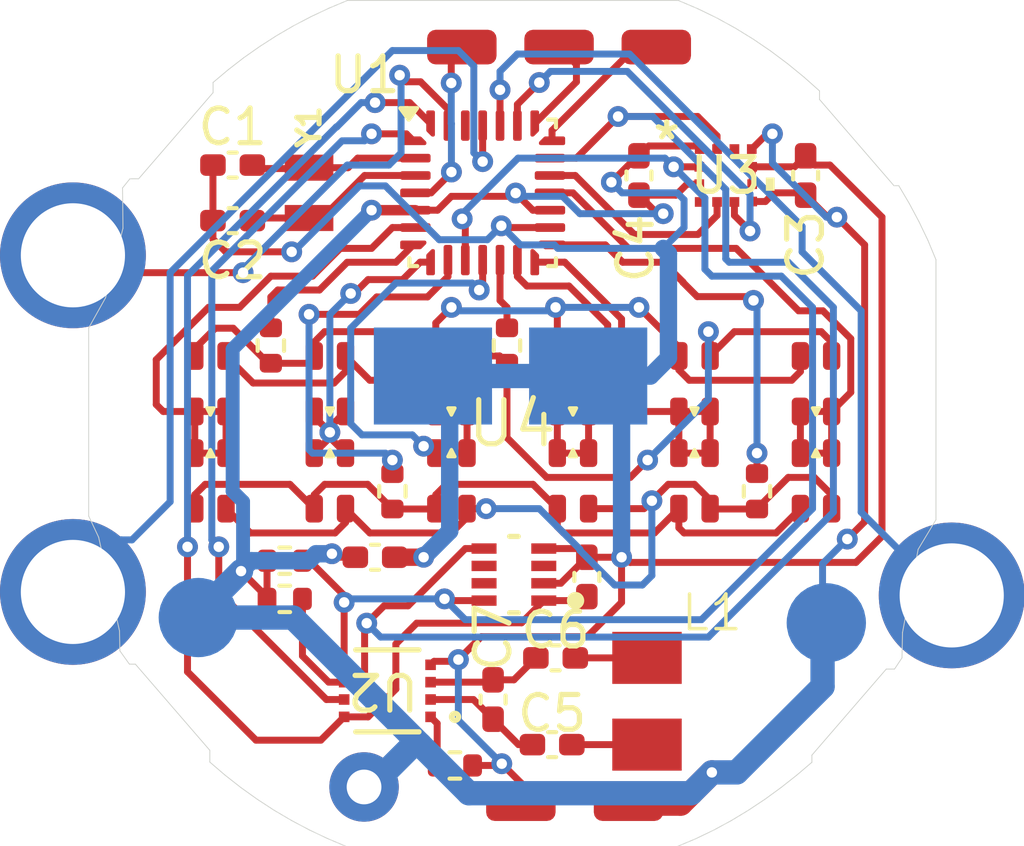
<source format=kicad_pcb>
(kicad_pcb (version 20240108) (generator "pcbnew") (generator_version "8.0")
  (layers (0 "F.Cu" signal) (31 "B.Cu" signal) (34 "B.Paste" user) (35 "F.Paste" user) (36 "B.SilkS" user "B.Silkscreen") (37 "F.SilkS" user "F.Silkscreen") (38 "B.Mask" user) (39 "F.Mask" user) (44 "Edge.Cuts" user))
  (net 0 "")
  (net 1 "/GS_R0")
  (net 2 "+3.3V")
  (net 3 "/SWDIO")
  (net 4 "/SWCLK")
  (net 5 "/NRST")
  (net 6 "GND")
  (net 7 "Net-(U1-PC14)")
  (net 8 "Net-(U1-PC15)")
  (net 9 "/SDA")
  (net 10 "/INT1")
  (net 11 "/SCL")
  (net 12 "/INT2")
  (net 13 "Net-(U2-AC0)")
  (net 16 "Net-(U2-RF_DISABLE)")
  (net 17 "/NFC_INT")
  (net 18 "/RS_R0")
  (net 19 "/RS_R1")
  (net 20 "/GS_R1")
  (net 22 "Net-(D1-Pad3)")
  (net 23 "/SINK_C0")
  (net 24 "Net-(D10-Pad3)")
  (net 25 "/SINK_C1")
  (net 26 "/SINK_C2")
  (net 27 "/SINK_C3")
  (net 28 "/SINK_C4")
  (net 29 "/SINK_C5")
  (net 30 "Net-(C5-Pad1)")
  (net 31 "Net-(U2-AC1)")
  (net 32 "Net-(C6-Pad1)")
  (net 33 "/LIGHT")
  (net 34 "/ALARM")
  (net 35 "/MODE")
  (net 36 "Net-(D1-Pad2)")
  (net 37 "Net-(D10-Pad2)")
  (net 41 "/NFC_LIGHT_SUPPLY")
  (footprint "Connector_Wire:SolderWirePad_1x01_SMD_1x2mm" (layer "F.Cu") (at 154.4 88.8 90)
    (property "Reference" "J2" (hide yes))
    (property "Value" "Conn_01x01_Pin" (hide yes))
  )
  (footprint "sw:WL-SBCD_150066RG54050" (layer "F.Cu") (at 155.5 98.5 180)
    (property "Reference" "D9" (hide yes))
    (property "Value" "~")
  )
  (footprint "Package_DFN_QFN:QFN-28_4x4mm_P0.5mm" (layer "F.Cu") (at 149.4 93)
    (property "Reference" "U1")
    (property "Value" "STM32L011G4Ux" (hide yes))
  )
  (footprint "Capacitor_SMD:C_0402_1005Metric_Pad0.74x0.62mm_HandSolder" (layer "F.Cu") (at 149.7 107.6 -90)
    (property "Reference" "C7")
    (property "Value" "~")
  )
  (footprint "Resistor_SMD:R_0402_1005Metric" (layer "F.Cu") (at 143.7 103.6 180)
    (property "Reference" "R5" (hide yes))
    (property "Value" "4k7" (hide yes))
  )
  (footprint "Capacitor_SMD:C_0402_1005Metric_Pad0.74x0.62mm_HandSolder" (layer "F.Cu") (at 146.3 103.5)
    (property "Reference" "C9" (hide yes))
    (property "Value" "100nF")
  )
  (footprint "Resistor_SMD:R_0402_1005Metric" (layer "F.Cu") (at 148.6 109.5)
    (property "Reference" "R7" (hide yes))
    (property "Value" "4k7" (hide yes))
  )
  (footprint "Connector_Wire:SolderWirePad_1x01_SMD_1x2mm" (layer "F.Cu") (at 153.6 110.6 90)
    (property "Reference" "J1" (hide yes))
    (property "Value" "Conn_01x01_Pin" (hide yes))
  )
  (footprint "Resistor_SMD:R_0402_1005Metric" (layer "F.Cu") (at 157.3 101.6 -90)
    (property "Reference" "R4" (hide yes))
    (property "Value" "330" (hide yes))
  )
  (footprint "Capacitor_SMD:C_0402_1005Metric_Pad0.74x0.62mm_HandSolder" (layer "F.Cu") (at 153.9 92.5 90)
    (property "Reference" "C4")
    (property "Value" "100nF" (hide yes))
  )
  (footprint "Capacitor_SMD:C_0402_1005Metric_Pad0.74x0.62mm_HandSolder" (layer "F.Cu") (at 151.5 106.4 180)
    (property "Reference" "C6")
    (property "Value" "180pF" (hide yes))
  )
  (footprint "sw:DTS0008A-MFG" (layer "F.Cu") (at 150.3 104 180)
    (property "Reference" "U5" (hide yes))
    (property "Value" "OPT4001DTSR")
  )
  (footprint "sw:WL-SBCD_150066RG54050" (layer "F.Cu") (at 152 98.5 180)
    (property "Reference" "D7" (hide yes))
    (property "Value" "~")
  )
  (footprint "Connector_Wire:SolderWirePad_1x01_SMD_1x2mm" (layer "F.Cu") (at 151.6 88.8 90)
    (property "Reference" "J3" (hide yes))
    (property "Value" "Conn_01x01_Pin" (hide yes))
  )
  (footprint "sw:XTAL_ABS06-32.768KHZ-T" (layer "F.Cu") (at 144.4 93 90)
    (property "Reference" "Y1")
    (property "Value" "ABS06-32.768KHZ-T" (hide yes))
  )
  (footprint "sw:WL-SBCD_150066RG54050" (layer "F.Cu") (at 148.5 98.5 180)
    (property "Reference" "D5" (hide yes))
    (property "Value" "~")
  )
  (footprint "Capacitor_SMD:C_0402_1005Metric_Pad0.74x0.62mm_HandSolder" (layer "F.Cu") (at 142.2 92.2)
    (property "Reference" "C1")
    (property "Value" "16pF")
  )
  (footprint "sw:WL-SBCD_150066RG54050" (layer "F.Cu") (at 155.5 101.3)
    (property "Reference" "D10" (hide yes))
    (property "Value" "~")
  )
  (footprint "Capacitor_SMD:C_0402_1005Metric_Pad0.74x0.62mm_HandSolder" (layer "F.Cu") (at 152.4 104.0675 90)
    (property "Reference" "C8" (hide yes))
    (property "Value" "100nF")
  )
  (footprint "Resistor_SMD:R_0402_1005Metric" (layer "F.Cu") (at 150.1 97.4 -90)
    (property "Reference" "R1" (hide yes))
    (property "Value" "33")
  )
  (footprint "sw:WL-SBCD_150066RG54050" (layer "F.Cu") (at 141.559999 98.5 180)
    (property "Reference" "D1" (hide yes))
    (property "Value" "~")
  )
  (footprint "sw:WL-SBCD_150066RG54050" (layer "F.Cu") (at 159 98.5 180)
    (property "Reference" "D11" (hide yes))
    (property "Value" "~" (hide yes))
  )
  (footprint "NFC:UFDFPN8_M24SR02_STM" (layer "F.Cu") (at 146.6554 107.349811 180)
    (property "Reference" "U2")
    (property "Value" "M24SR02-YMC6T/2")
  )
  (footprint "Resistor_SMD:R_0402_1005Metric" (layer "F.Cu") (at 143.3 97.4 90)
    (property "Reference" "R2" (hide yes))
    (property "Value" "330")
  )
  (footprint "sw:CASIO-F91W-OUTLINE-USB" (layer "F.Cu") (at 150.254 99.65)
    (property "Reference" "U4")
    (property "Value" "~")
    (fp_line (start -12.2 -2.757631) (end -11.71355 -3.627168) (stroke (width 0.025)) (layer "Edge.Cuts"))
    (fp_line (start -12.2 2.663568) (end -12.2 -2.757631) (stroke (width 0.025)) (layer "Edge.Cuts"))
    (fp_line (start -11.913368 3.27264) (end -12.2 2.663568) (stroke (width 0.025)) (layer "Edge.Cuts"))
    (fp_line (start -11.71355 -3.627168) (end -11.213318 -5.628081) (stroke (width 0.025)) (layer "Edge.Cuts"))
    (fp_line (start -11.31254 5.972231) (end -11.913368 3.27264) (stroke (width 0.025)) (layer "Edge.Cuts"))
    (fp_line (start -11.301518 6.54825) (end -11.31254 5.972231) (stroke (width 0.025)) (layer "Edge.Cuts"))
    (fp_line (start -11.22435 -6.79254) (end -11.213318 -5.628081) (stroke (width 0.025)) (layer "Edge.Cuts"))
    (fp_line (start -11.02729 6.931331) (end -11.301518 6.54825) (stroke (width 0.025)) (layer "Edge.Cuts"))
    (fp_line (start -11.012131 -7.05574) (end -11.22435 -6.79254) (stroke (width 0.025)) (layer "Edge.Cuts"))
    (fp_line (start -10.855031 6.931331) (end -11.02729 6.931331) (stroke (width 0.025)) (layer "Edge.Cuts"))
    (fp_line (start -10.761331 -7.05574) (end -11.012131 -7.05574) (stroke (width 0.025)) (layer "Edge.Cuts"))
    (fp_line (start -8.712168 9.41319) (end -10.855031 6.931331) (stroke (width 0.025)) (layer "Edge.Cuts"))
    (fp_line (start -8.712168 9.7522) (end -8.712168 9.41319) (stroke (width 0.025)) (layer "Edge.Cuts"))
    (fp_line (start -8.617081 -9.831118) (end -8.617081 -9.5376) (stroke (width 0.025)) (layer "Edge.Cuts"))
    (fp_line (start -8.617081 -9.5376) (end -10.761331 -7.05574) (stroke (width 0.025)) (layer "Edge.Cuts"))
    (fp_line (start -8.273968 10.12839) (end -8.712168 9.7522) (stroke (width 0.025)) (layer "Edge.Cuts"))
    (fp_line (start -8.180268 -10.199068) (end -8.617081 -9.831118) (stroke (width 0.025)) (layer "Edge.Cuts"))
    (fp_line (start -7.819209 10.485309) (end -8.273968 10.12839) (stroke (width 0.025)) (layer "Edge.Cuts"))
    (fp_line (start -7.729631 -10.547681) (end -8.180268 -10.199068) (stroke (width 0.025)) (layer "Edge.Cuts"))
    (fp_line (start -7.349309 10.82155) (end -7.819209 10.485309) (stroke (width 0.025)) (layer "Edge.Cuts"))
    (fp_line (start -7.263868 -10.874268) (end -7.729631 -10.547681) (stroke (width 0.025)) (layer "Edge.Cuts"))
    (fp_line (start -6.86425 11.1385) (end -7.349309 10.82155) (stroke (width 0.025)) (layer "Edge.Cuts"))
    (fp_line (start -6.785659 -11.18159) (end -7.263868 -10.874268) (stroke (width 0.025)) (layer "Edge.Cuts"))
    (fp_line (start -6.362618 11.4334) (end -6.86425 11.1385) (stroke (width 0.025)) (layer "Edge.Cuts"))
    (fp_line (start -6.293709 -11.468231) (end -6.785659 -11.18159) (stroke (width 0.025)) (layer "Edge.Cuts"))
    (fp_line (start -5.848631 11.70625) (end -6.362618 11.4334) (stroke (width 0.025)) (layer "Edge.Cuts"))
    (fp_line (start -5.789368 -11.731418) (end -6.293709 -11.468231) (stroke (width 0.025)) (layer "Edge.Cuts"))
    (fp_line (start -5.31944 11.95705) (end -5.848631 11.70625) (stroke (width 0.025)) (layer "Edge.Cuts"))
    (fp_line (start -5.273981 -11.973968) (end -5.789368 -11.731418) (stroke (width 0.025)) (layer "Edge.Cuts"))
    (fp_line (start -4.777868 12.185809) (end -5.31944 11.95705) (stroke (width 0.025)) (layer "Edge.Cuts"))
    (fp_line (start -4.747559 -12.19444) (end -5.273981 -11.973968) (stroke (width 0.025)) (layer "Edge.Cuts"))
    (fp_line (start -4.747559 -12.19444) (end 4.778809 -12.19444) (stroke (width 0.025)) (layer "Edge.Cuts"))
    (fp_line (start 4.747131 12.185809) (end -4.777868 12.185809) (stroke (width 0.025)) (layer "Edge.Cuts"))
    (fp_line (start 5.283181 11.96119) (end 4.747131 12.185809) (stroke (width 0.025)) (layer "Edge.Cuts"))
    (fp_line (start 5.343809 -11.954659) (end 4.778809 -12.19444) (stroke (width 0.025)) (layer "Edge.Cuts"))
    (fp_line (start 5.804081 11.71039) (end 5.283181 11.96119) (stroke (width 0.025)) (layer "Edge.Cuts"))
    (fp_line (start 5.893659 -11.687331) (end 5.343809 -11.954659) (stroke (width 0.025)) (layer "Edge.Cuts"))
    (fp_line (start 6.309818 11.43615) (end 5.804081 11.71039) (stroke (width 0.025)) (layer "Edge.Cuts"))
    (fp_line (start 6.42694 -11.393809) (end 5.893659 -11.687331) (stroke (width 0.025)) (layer "Edge.Cuts"))
    (fp_line (start 6.801768 11.1385) (end 6.309818 11.43615) (stroke (width 0.025)) (layer "Edge.Cuts"))
    (fp_line (start 6.9437 -11.075468) (end 6.42694 -11.393809) (stroke (width 0.025)) (layer "Edge.Cuts"))
    (fp_line (start 7.27855 10.82155) (end 6.801768 11.1385) (stroke (width 0.025)) (layer "Edge.Cuts"))
    (fp_line (start 7.443931 -10.73374) (end 6.9437 -11.075468) (stroke (width 0.025)) (layer "Edge.Cuts"))
    (fp_line (start 7.741568 10.483931) (end 7.27855 10.82155) (stroke (width 0.025)) (layer "Edge.Cuts"))
    (fp_line (start 7.927618 -10.371281) (end 7.443931 -10.73374) (stroke (width 0.025)) (layer "Edge.Cuts"))
    (fp_line (start 8.19084 10.129768) (end 7.741568 10.483931) (stroke (width 0.025)) (layer "Edge.Cuts"))
    (fp_line (start 8.39615 -9.988218) (end 7.927618 -10.371281) (stroke (width 0.025)) (layer "Edge.Cuts"))
    (fp_line (start 8.6263 9.55375) (end 8.6263 9.75909) (stroke (width 0.025)) (layer "Edge.Cuts"))
    (fp_line (start 8.6263 9.75909) (end 8.19084 10.129768) (stroke (width 0.025)) (layer "Edge.Cuts"))
    (fp_line (start 8.8468 -9.5872) (end 8.39615 -9.988218) (stroke (width 0.025)) (layer "Edge.Cuts"))
    (fp_line (start 8.8468 -9.34055) (end 8.8468 -9.5872) (stroke (width 0.025)) (layer "Edge.Cuts"))
    (fp_line (start 10.76914 7.071918) (end 8.6263 9.55375) (stroke (width 0.025)) (layer "Edge.Cuts"))
    (fp_line (start 10.98964 -6.857309) (end 8.8468 -9.34055) (stroke (width 0.025)) (layer "Edge.Cuts"))
    (fp_line (start 11.00755 7.071918) (end 10.76914 7.071918) (stroke (width 0.025)) (layer "Edge.Cuts"))
    (fp_line (start 11.128809 -6.857309) (end 10.98964 -6.857309) (stroke (width 0.025)) (layer "Edge.Cuts"))
    (fp_line (start 11.222509 6.748068) (end 11.00755 7.071918) (stroke (width 0.025)) (layer "Edge.Cuts"))
    (fp_line (start 11.2363 6.021831) (end 11.222509 6.748068) (stroke (width 0.025)) (layer "Edge.Cuts"))
    (fp_line (start 11.430609 -6.34469) (end 11.128809 -6.857309) (stroke (width 0.025)) (layer "Edge.Cuts"))
    (fp_line (start 11.6869 3.622668) (end 11.2363 6.021831) (stroke (width 0.025)) (layer "Edge.Cuts"))
    (fp_line (start 11.6869 3.622668) (end 12.199568 2.76969) (stroke (width 0.025)) (layer "Edge.Cuts"))
    (fp_line (start 11.71174 -5.818281) (end 11.430609 -6.34469) (stroke (width 0.025)) (layer "Edge.Cuts"))
    (fp_line (start 11.9694 -5.27944) (end 11.71174 -5.818281) (stroke (width 0.025)) (layer "Edge.Cuts"))
    (fp_line (start 12.199568 -4.7241) (end 11.9694 -5.27944) (stroke (width 0.025)) (layer "Edge.Cuts"))
    (fp_line (start 12.199568 2.76969) (end 12.199568 -4.7241) (stroke (width 0.025)) (layer "Edge.Cuts"))
  )
  (footprint "sw:AANI-CH-0029" (layer "F.Cu") (at 154.1325 107.65 -90)
    (property "Reference" "L1")
    (property "Value" "L" (hide yes))
  )
  (footprint "Resistor_SMD:R_0402_1005Metric" (layer "F.Cu") (at 146.8 101.6 -90)
    (property "Reference" "R3" (hide yes))
    (property "Value" "33")
  )
  (footprint "sw:WL-SBCD_150066RG54050" (layer "F.Cu") (at 145 98.5 180)
    (property "Reference" "D3" (hide yes))
    (property "Value" "~")
  )
  (footprint "Connector_Wire:SolderWirePad_1x01_SMD_1x2mm" (layer "F.Cu") (at 148.8 88.8 -90)
    (property "Reference" "J4" (hide yes))
    (property "Value" "Conn_01x01_Pin" (hide yes))
  )
  (footprint "Capacitor_SMD:C_0402_1005Metric_Pad0.74x0.62mm_HandSolder" (layer "F.Cu") (at 158.7 92.5 90)
    (property "Reference" "C3")
    (property "Value" "100nF" (hide yes))
  )
  (footprint "Resistor_SMD:R_0402_1005Metric" (layer "F.Cu") (at 143.7 104.7 180)
    (property "Reference" "R6" (hide yes))
    (property "Value" "4k7" (hide yes))
  )
  (footprint "Connector_Wire:SolderWirePad_1x01_SMD_1x2mm" (layer "F.Cu") (at 150.5 110.6 90)
    (property "Reference" "J5" (hide yes))
    (property "Value" "Conn_01x01_Pin" (hide yes))
  )
  (footprint "Capacitor_SMD:C_0402_1005Metric_Pad0.74x0.62mm_HandSolder" (layer "F.Cu") (at 142.2 93.8 180)
    (property "Reference" "C2")
    (property "Value" "16pF")
  )
  (footprint "Capacitor_SMD:C_0402_1005Metric_Pad0.74x0.62mm_HandSolder" (layer "F.Cu") (at 151.4 108.9 180)
    (property "Reference" "C5")
    (property "Value" "180pF" (hide yes))
  )
  (footprint "sw:WL-SBCD_150066RG54050" (layer "F.Cu") (at 152 101.3)
    (property "Reference" "D8" (hide yes))
    (property "Value" "~" (hide yes))
  )
  (footprint "BMA400:QFN_BMA400_BOS" (layer "F.Cu") (at 156.4 92.5)
    (property "Reference" "U3")
    (property "Value" "BMA400" (hide yes))
  )
  (footprint "sw:WL-SBCD_150066RG54050" (layer "F.Cu") (at 145 101.3)
    (property "Reference" "D4" (hide yes))
    (property "Value" "~")
  )
  (footprint "sw:WL-SBCD_150066RG54050" (layer "F.Cu") (at 141.559999 101.3)
    (property "Reference" "D2" (hide yes))
    (property "Value" "~")
  )
  (footprint "sw:WL-SBCD_150066RG54050" (layer "F.Cu") (at 148.5 101.3)
    (property "Reference" "D6" (hide yes))
    (property "Value" "~")
  )
  (footprint "sw:WL-SBCD_150066RG54050" (layer "F.Cu") (at 159 101.3)
    (property "Reference" "D12" (hide yes))
    (property "Value" "~")
  )
  (segment (start 149.9 94.9375) (end 149.9 96.1) (width 0.2) (layer "F.Cu") (net 1))
  (segment (start 150.1 96.3) (end 150.1 96.89) (width 0.2) (layer "F.Cu") (net 1))
  (segment (start 149.9 96.1) (end 150.1 96.3) (width 0.2) (layer "F.Cu") (net 1))
  (segment (start 148.1 93.5) (end 147.4625 93.5) (width 0.2) (layer "F.Cu") (net 2))
  (segment (start 148.5 93.1) (end 148.1 93.5) (width 0.2) (layer "F.Cu") (net 2))
  (segment (start 159.6 93.7) (end 159.3325 93.7) (width 0.2) (layer "F.Cu") (net 2))
  (segment (start 155.1 110.6) (end 153.6 110.6) (width 0.7) (layer "F.Cu") (net 2))
  (segment (start 157.744001 91.3) (end 157.588001 91.3) (width 0.2) (layer "F.Cu") (net 2))
  (segment (start 157.541399 93.250001) (end 157.7914 93) (width 0.2) (layer "F.Cu") (net 2))
  (segment (start 157.7914 93) (end 158.6325 93) (width 0.2) (layer "F.Cu") (net 2))
  (segment (start 156 109.7) (end 155.1 110.6) (width 0.7) (layer "F.Cu") (net 2))
  (segment (start 155.282599 92.75) (end 155.638 92.75) (width 0.2) (layer "F.Cu") (net 2))
  (segment (start 159.6 93.7) (end 160.4 94.5) (width 0.2) (layer "F.Cu") (net 2))
  (segment (start 159.3325 93.7) (end 158.7 93.0675) (width 0.2) (layer "F.Cu") (net 2))
  (segment (start 143.19 103.6) (end 142.7416 103.6) (width 0.2) (layer "F.Cu") (net 2))
  (segment (start 157.588001 91.3) (end 157.150001 91.738) (width 0.2) (layer "F.Cu") (net 2))
  (segment (start 143.19 104.5) (end 143.19 103.4) (width 0.2) (layer "F.Cu") (net 2))
  (segment (start 151.3375 93.5) (end 150.844013 93.5) (width 0.2) (layer "F.Cu") (net 2))
  (segment (start 143.19 104.5) (end 143.0416 104.5) (width 0.2) (layer "F.Cu") (net 2))
  (segment (start 145.158528 103.5) (end 145.058528 103.4) (width 0.2) (layer "F.Cu") (net 2))
  (segment (start 142.7416 103.6) (end 142.4416 103.9) (width 0.2) (layer "F.Cu") (net 2))
  (segment (start 143.0416 104.5) (end 142.4416 103.9) (width 0.2) (layer "F.Cu") (net 2))
  (segment (start 154.4325 93.6) (end 153.9 93.0675) (width 0.2) (layer "F.Cu") (net 2))
  (segment (start 154.6 93.6) (end 154.4325 93.6) (width 0.2) (layer "F.Cu") (net 2))
  (segment (start 160.4 102.475735) (end 159.9 102.975735) (width 0.2) (layer "F.Cu") (net 2))
  (segment (start 150.350001 93.005988) (end 150.255989 93.1) (width 0.2) (layer "F.Cu") (net 2))
  (segment (start 154.965099 93.0675) (end 155.282599 92.75) (width 0.2) (layer "F.Cu") (net 2))
  (segment (start 150.255989 93.1) (end 148.5 93.1) (width 0.2) (layer "F.Cu") (net 2))
  (segment (start 160.4 94.5) (end 160.4 102.475735) (width 0.2) (layer "F.Cu") (net 2))
  (segment (start 157.162 93.250001) (end 157.541399 93.250001) (width 0.2) (layer "F.Cu") (net 2))
  (segment (start 153.9 93.0675) (end 154.965099 93.0675) (width 0.2) (layer "F.Cu") (net 2))
  (segment (start 145.7325 103.5) (end 145.158528 103.5) (width 0.2) (layer "F.Cu") (net 2))
  (segment (start 158.6325 93) (end 158.7 93.0675) (width 0.2) (layer "F.Cu") (net 2))
  (segment (start 150.844013 93.5) (end 150.350001 93.005988) (width 0.2) (layer "F.Cu") (net 2))
  (segment (start 146.2 93.5) (end 147.4625 93.5) (width 0.3) (layer "F.Cu") (net 2))
  (via (at 145.058528 103.4) (size 0.6) (drill 0.3) (layers "F.Cu" "B.Cu") (net 2))
  (via (at 142.4416 103.9) (size 0.6) (drill 0.3) (layers "F.Cu" "B.Cu") (net 2))
  (via (at 150.350001 93.005988) (size 0.6) (drill 0.3) (layers "F.Cu" "B.Cu") (net 2))
  (via (at 159.6 93.7) (size 0.6) (drill 0.3) (layers "F.Cu" "B.Cu") (net 2))
  (via (at 159.9 102.975735) (size 0.6) (drill 0.3) (layers "F.Cu" "B.Cu") (net 2))
  (via (at 156 109.7) (size 0.6) (drill 0.3) (layers "F.Cu" "B.Cu") (net 2))
  (via (at 154.6 93.6) (size 0.6) (drill 0.3) (layers "F.Cu" "B.Cu") (net 2))
  (via (at 157.744001 91.3) (size 0.6) (drill 0.3) (layers "F.Cu" "B.Cu") (net 2))
  (via (at 146.2 93.5) (size 0.6) (drill 0.3) (layers "F.Cu" "B.Cu") (net 2))
  (segment (start 141.1036 105.238) (end 142.4416 103.9) (width 0.7) (layer "B.Cu") (net 2))
  (segment (start 144.6 103.4) (end 144.4 103.6) (width 0.5) (layer "B.Cu") (net 2))
  (segment (start 146.2 93.5) (end 142.2 97.5) (width 0.4) (layer "B.Cu") (net 2))
  (segment (start 142.7416 103.6) (end 142.4416 103.9) (width 0.5) (layer "B.Cu") (net 2))
  (segment (start 156 109.7) (end 155.4 110.3) (width 0.7) (layer "B.Cu") (net 2))
  (segment (start 143.938418 105.238) (end 141.1036 105.238) (width 0.7) (layer "B.Cu") (net 2))
  (segment (start 142.2 97.5) (end 142.2 101.6) (width 0.4) (layer "B.Cu") (net 2))
  (segment (start 142.5 103.9) (end 142.4416 103.9) (width 0.2) (layer "B.Cu") (net 2))
  (segment (start 159.1884 103.687335) (end 159.1884 105.3904) (width 0.2) (layer "B.Cu") (net 2))
  (segment (start 151.7 93.1) (end 152.2 93.6) (width 0.2) (layer "B.Cu") (net 2))
  (segment (start 159.1884 107.227233) (end 159.1884 105.3904) (width 0.7) (layer "B.Cu") (net 2))
  (segment (start 156 109.7) (end 156.715633 109.7) (width 0.7) (layer "B.Cu") (net 2))
  (segment (start 142.5 103.6) (end 142.5 103.9) (width 0.4) (layer "B.Cu") (net 2))
  (segment (start 147.396209 108.899791) (end 146.076 110.22) (width 0.7) (layer "B.Cu") (net 2))
  (segment (start 158.898 105.1) (end 159.1884 105.3904) (width 0.2) (layer "B.Cu") (net 2))
  (segment (start 142.3416 104) (end 142.4 104) (width 0.2) (layer "B.Cu") (net 2))
  (segment (start 157.744001 92.144001) (end 159.3 93.7) (width 0.2) (layer "B.Cu") (net 2))
  (segment (start 144.4 103.6) (end 142.7416 103.6) (width 0.5) (layer "B.Cu") (net 2))
  (segment (start 142.5 101.9) (end 142.5 103.6) (width 0.4) (layer "B.Cu") (net 2))
  (segment (start 142.5 103.9) (end 142.4 104) (width 0.2) (layer "B.Cu") (net 2))
  (segment (start 159.924265 104.654535) (end 159.1884 105.3904) (width 0.2) (layer "B.Cu") (net 2))
  (segment (start 150.444013 93.1) (end 151.7 93.1) (width 0.2) (layer "B.Cu") (net 2))
  (segment (start 147.600209 108.899791) (end 147.396209 108.899791) (width 0.7) (layer "B.Cu") (net 2))
  (segment (start 157.744001 91.3) (end 157.744001 92.144001) (width 0.2) (layer "B.Cu") (net 2))
  (segment (start 147.600209 108.899791) (end 143.938418 105.238) (width 0.7) (layer "B.Cu") (net 2))
  (segment (start 149.000418 110.3) (end 147.600209 108.899791) (width 0.7) (layer "B.Cu") (net 2))
  (segment (start 150.350001 93.005988) (end 150.444013 93.1) (width 0.2) (layer "B.Cu") (net 2))
  (segment (start 156.715633 109.7) (end 159.1884 107.227233) (width 0.7) (layer "B.Cu") (net 2))
  (segment (start 144.6 103.4) (end 145.058528 103.4) (width 0.5) (layer "B.Cu") (net 2))
  (segment (start 159.9 102.975735) (end 159.1884 103.687335) (width 0.2) (layer "B.Cu") (net 2))
  (segment (start 159.3 93.7) (end 159.6 93.7) (width 0.2) (layer "B.Cu") (net 2))
  (segment (start 152.2 93.6) (end 154.6 93.6) (width 0.2) (layer "B.Cu") (net 2))
  (segment (start 142.2 101.6) (end 142.5 101.9) (width 0.4) (layer "B.Cu") (net 2))
  (segment (start 155.4 110.3) (end 149.000418 110.3) (width 0.7) (layer "B.Cu") (net 2))
  (segment (start 151.3975 91.2025) (end 151.3975 91.5) (width 0.2) (layer "F.Cu") (net 3))
  (segment (start 153.8 88.8) (end 151.3975 91.2025) (width 0.2) (layer "F.Cu") (net 3))
  (segment (start 154.4 88.8) (end 153.8 88.8) (width 0.2) (layer "F.Cu") (net 3))
  (segment (start 152.1 89.8025) (end 152.1 89.3) (width 0.2) (layer "F.Cu") (net 4))
  (segment (start 150.9 91.0025) (end 152.1 89.8025) (width 0.2) (layer "F.Cu") (net 4))
  (segment (start 152.1 89.3) (end 151.6 88.8) (width 0.2) (layer "F.Cu") (net 4))
  (segment (start 148.495263 89.835227) (end 148.495263 89.104737) (width 0.2) (layer "F.Cu") (net 5))
  (segment (start 147.914386 93) (end 147.4625 93) (width 0.2) (layer "F.Cu") (net 5))
  (segment (start 148.495263 89.104737) (end 148.8 88.8) (width 0.2) (layer "F.Cu") (net 5))
  (segment (start 148.5 92.414386) (end 147.914386 93) (width 0.2) (layer "F.Cu") (net 5))
  (segment (start 148.5 92.4) (end 148.5 92.414386) (width 0.2) (layer "F.Cu") (net 5))
  (via (at 148.495263 89.835227) (size 0.6) (drill 0.3) (layers "F.Cu" "B.Cu") (net 5))
  (via (at 148.5 92.4) (size 0.6) (drill 0.3) (layers "F.Cu" "B.Cu") (net 5))
  (segment (start 148.5 91.009474) (end 148.495263 91.004737) (width 0.2) (layer "B.Cu") (net 5))
  (segment (start 148.495263 91.004737) (end 148.495263 89.835227) (width 0.2) (layer "B.Cu") (net 5))
  (segment (start 148.5 92.4) (end 148.5 91.009474) (width 0.2) (layer "B.Cu") (net 5))
  (segment (start 153.5 103.5) (end 153.65 103.65) (width 0.2) (layer "F.Cu") (net 6))
  (segment (start 158.3825 92.25) (end 157.162 92.25) (width 0.2) (layer "F.Cu") (net 6))
  (segment (start 151.65 104.25) (end 152.4 103.5) (width 0.2) (layer "F.Cu") (net 6))
  (segment (start 141.6325 94.3325) (end 141.6325 93.8) (width 0.2) (layer "F.Cu") (net 6))
  (segment (start 153.65 103.65) (end 160.15 103.65) (width 0.2) (layer "F.Cu") (net 6))
  (segment (start 153.9 91.9325) (end 153.8675 91.9325) (width 0.2) (layer "F.Cu") (net 6))
  (segment (start 150.5 110.8) (end 150.5 110) (width 0.2) (layer "F.Cu") (net 6))
  (segment (start 149.359748 105.79) (end 152.41 105.79) (width 0.2) (layer "F.Cu") (net 6))
  (segment (start 153.8675 91.9325) (end 153.107108 92.692892) (width 0.2) (layer "F.Cu") (net 6))
  (segment (start 154.1825 91.65) (end 155.561999 91.65) (width 0.2) (layer "F.Cu") (net 6))
  (segment (start 153.4 104.8) (end 153.4 103.5) (width 0.2) (layer "F.Cu") (net 6))
  (segment (start 150.5 110) (end 149.95 109.45) (width 0.2) (layer "F.Cu") (net 6))
  (segment (start 143.9 94.7) (end 142 94.7) (width 0.2) (layer "F.Cu") (net 6))
  (segment (start 149.95 109.45) (end 149.9 109.5) (width 0.2) (layer "F.Cu") (net 6))
  (segment (start 160.15 103.65) (end 160.9 102.9) (width 0.2) (layer "F.Cu") (net 6))
  (segment (start 153.9 91.9325) (end 154.1825 91.65) (width 0.2) (layer "F.Cu") (net 6))
  (segment (start 151.160001 103.249999) (end 152.149999 103.249999) (width 0.2) (layer "F.Cu") (net 6))
  (segment (start 158.9675 92.2) (end 158.7 91.9325) (width 0.2) (layer "F.Cu") (net 6))
  (segment (start 147.7 103.5) (end 146.8675 103.5) (width 0.5) (layer "F.Cu") (net 6))
  (segment (start 152.4 103.5) (end 153.4 103.5) (width 0.2) (layer "F.Cu") (net 6))
  (segment (start 151.160001 104.25) (end 151.65 104.25) (width 0.2) (layer "F.Cu") (net 6))
  (segment (start 148.7 106.449748) (end 149.359748 105.79) (width 0.2) (layer "F.Cu") (net 6))
  (segment (start 157.162 92.75) (end 157.162 92.25) (width 0.2) (layer "F.Cu") (net 6))
  (segment (start 153.4 103.5) (end 153.5 103.5) (width 0.2) (layer "F.Cu") (net 6))
  (segment (start 148.7 106.499748) (end 147.999874 106.499748) (width 0.2) (layer "F.Cu") (net 6))
  (segment (start 152.41 105.79) (end 153.4 104.8) (width 0.2) (layer "F.Cu") (net 6))
  (segment (start 147.999874 106.499748) (end 147.9 106.599622) (width 0.2) (layer "F.Cu") (net 6))
  (segment (start 159.4 92.2) (end 158.9675 92.2) (width 0.2) (layer "F.Cu") (net 6))
  (segment (start 153.249999 103.349999) (end 153.4 103.5) (width 0.2) (layer "F.Cu") (net 6))
  (segment (start 160.9 102.9) (end 160.9 93.7) (width 0.2) (layer "F.Cu") (net 6))
  (segment (start 149.9 109.5) (end 149.11 109.5) (width 0.2) (layer "F.Cu") (net 6))
  (segment (start 152.149999 103.249999) (end 152.4 103.5) (width 0.2) (layer "F.Cu") (net 6))
  (segment (start 160.9 93.7) (end 159.4 92.2) (width 0.2) (layer "F.Cu") (net 6))
  (segment (start 155.561999 91.65) (end 155.649999 91.738) (width 0.2) (layer "F.Cu") (net 6))
  (segment (start 142 94.7) (end 141.6325 94.3325) (width 0.2) (layer "F.Cu") (net 6))
  (segment (start 149.986903 94) (end 149.936903 93.95) (width 0.2) (layer "F.Cu") (net 6))
  (segment (start 151.3375 94) (end 149.986903 94) (width 0.2) (layer "F.Cu") (net 6))
  (segment (start 141.6325 93.8) (end 141.6325 92.2) (width 0.2) (layer "F.Cu") (net 6))
  (segment (start 158.7 91.9325) (end 158.3825 92.25) (width 0.2) (layer "F.Cu") (net 6))
  (via (at 147.7 103.5) (size 0.6) (drill 0.3) (layers "F.Cu" "B.Cu") (net 6))
  (via (at 149.95 109.45) (size 0.6) (drill 0.3) (layers "F.Cu" "B.Cu") (net 6))
  (via (at 148.7 106.449748) (size 0.6) (drill 0.3) (layers "F.Cu" "B.Cu") (net 6))
  (via (at 149.936903 93.95) (size 0.6) (drill 0.3) (layers "F.Cu" "B.Cu") (net 6))
  (via (at 153.4 103.5) (size 0.6) (drill 0.3) (layers "F.Cu" "B.Cu") (net 6))
  (via (at 143.9 94.7) (size 0.6) (drill 0.3) (layers "F.Cu" "B.Cu") (net 6))
  (via (at 153.107108 92.692892) (size 0.6) (drill 0.3) (layers "F.Cu" "B.Cu") (net 6))
  (segment (start 149.936903 93.95) (end 150.486903 94.5) (width 0.2) (layer "B.Cu") (net 6))
  (segment (start 148.15 94.35) (end 146.7 92.9) (width 0.2) (layer "B.Cu") (net 6))
  (segment (start 146.7 92.9) (end 146.6 92.8) (width 0.2) (layer "B.Cu") (net 6))
  (segment (start 154.6 94.6) (end 155.1 94.1) (width 0.2) (layer "B.Cu") (net 6))
  (segment (start 147.7 103.5) (end 148.45 102.75) (width 0.5) (layer "B.Cu") (net 6))
  (segment (start 154.2322 98.2784) (end 154.75 97.7606) (width 0.5) (layer "B.Cu") (net 6))
  (segment (start 151.465685 94.5) (end 151.565685 94.6) (width 0.2) (layer "B.Cu") (net 6))
  (segment (start 152.3304 98.2784) (end 153.4 99.348) (width 0.2) (layer "B.Cu") (net 6))
  (segment (start 147.86 98.2784) (end 152.3304 98.2784) (width 0.7) (layer "B.Cu") (net 6))
  (segment (start 149.936903 93.95) (end 149.536903 94.35) (width 0.2) (layer "B.Cu") (net 6))
  (segment (start 155.2 93.2) (end 155.2 94) (width 0.2) (layer "B.Cu") (net 6))
  (segment (start 145.9 92.8) (end 145.851471 92.8) (width 0.2) (layer "B.Cu") (net 6))
  (segment (start 148.7 108.2) (end 148.7 106.449748) (width 0.2) (layer "B.Cu") (net 6))
  (segment (start 143.951471 94.7) (end 143.9 94.7) (width 0.2) (layer "B.Cu") (net 6))
  (segment (start 153.414216 93) (end 155 93) (width 0.2) (layer "B.Cu") (net 6))
  (segment (start 145.851471 92.8) (end 143.951471 94.7) (width 0.2) (layer "B.Cu") (net 6))
  (segment (start 154.75 94.75) (end 154.6 94.6) (width 0.5) (layer "B.Cu") (net 6))
  (segment (start 149.95 109.45) (end 148.7 108.2) (width 0.2) (layer "B.Cu") (net 6))
  (segment (start 147.968 98.2784) (end 148.3 98.6104) (width 0.2) (layer "B.Cu") (net 6))
  (segment (start 154.75 97.7606) (end 154.75 94.75) (width 0.5) (layer "B.Cu") (net 6))
  (segment (start 148.45 102.75) (end 148.45 98.7604) (width 0.5) (layer "B.Cu") (net 6))
  (segment (start 155.2 94) (end 155.1 94.1) (width 0.2) (layer "B.Cu") (net 6))
  (segment (start 154.2322 98.2784) (end 152.3304 98.2784) (width 0.5) (layer "B.Cu") (net 6))
  (segment (start 146.6 92.8) (end 145.9 92.8) (width 0.2) (layer "B.Cu") (net 6))
  (segment (start 150.486903 94.5) (end 151.465685 94.5) (width 0.2) (layer "B.Cu") (net 6))
  (segment (start 149.536903 94.35) (end 148.15 94.35) (width 0.2) (layer "B.Cu") (net 6))
  (segment (start 148.45 98.7604) (end 147.968 98.2784) (width 0.5) (layer "B.Cu") (net 6))
  (segment (start 153.4 99.348) (end 153.4 103.5) (width 0.5) (layer "B.Cu") (net 6))
  (segment (start 153.3 99.248) (end 152.3304 98.2784) (width 0.2) (layer "B.Cu") (net 6))
  (segment (start 151.565685 94.6) (end 154.6 94.6) (width 0.2) (layer "B.Cu") (net 6))
  (segment (start 155 93) (end 155.2 93.2) (width 0.2) (layer "B.Cu") (net 6))
  (segment (start 153.107108 92.692892) (end 153.414216 93) (width 0.2) (layer "B.Cu") (net 6))
  (segment (start 145.525 92.275) (end 144.4 92.275) (width 0.2) (layer "F.Cu") (net 7))
  (segment (start 142.95 92.3) (end 144.375 92.3) (width 0.2) (layer "F.Cu") (net 7))
  (segment (start 147.4625 92) (end 145.8 92) (width 0.2) (layer "F.Cu") (net 7))
  (segment (start 145.8 92) (end 145.525 92.275) (width 0.2) (layer "F.Cu") (net 7))
  (segment (start 147.4625 92.5) (end 146 92.5) (width 0.2) (layer "F.Cu") (net 8))
  (segment (start 146 92.5) (end 144.775 93.725) (width 0.2) (layer "F.Cu") (net 8))
  (segment (start 143.025 93.725) (end 142.95 93.8) (width 0.2) (layer "F.Cu") (net 8))
  (segment (start 144.4 93.725) (end 143.025 93.725) (width 0.2) (layer "F.Cu") (net 8))
  (segment (start 144.775 93.725) (end 144.4 93.725) (width 0.2) (layer "F.Cu") (net 8))
  (segment (start 148.9 94.9375) (end 148.9 93.84038) (width 0.2) (layer "F.Cu") (net 9))
  (segment (start 148.9 93.84038) (end 148.80962 93.75) (width 0.2) (layer "F.Cu") (net 9))
  (segment (start 148.350001 104.750001) (end 148.3 104.7) (width 0.2) (layer "F.Cu") (net 9))
  (segment (start 145.4108 104.8) (end 145.4108 104.6008) (width 0.2) (layer "F.Cu") (net 9))
  (segment (start 148.450001 104.850001) (end 148.3 104.7) (width 0.2) (layer "F.Cu") (net 9))
  (segment (start 149.439999 104.750001) (end 148.350001 104.750001) (width 0.2) (layer "F.Cu") (net 9))
  (segment (start 145.4108 104.5892) (end 145.4108 106.599622) (width 0.2) (layer "F.Cu") (net 9))
  (segment (start 148.9 94.9375) (end 148.9 94.485614) (width 0.2) (layer "F.Cu") (net 9))
  (segment (start 145.4108 104.6008) (end 144.21 103.4) (width 0.2) (layer "F.Cu") (net 9))
  (segment (start 154.9 92.25) (end 155.638 92.25) (width 0.2) (layer "F.Cu") (net 9))
  (via (at 154.9 92.25) (size 0.6) (drill 0.3) (layers "F.Cu" "B.Cu") (net 9))
  (via (at 148.80962 93.75) (size 0.6) (drill 0.3) (layers "F.Cu" "B.Cu") (net 9))
  (via (at 145.4108 104.8) (size 0.6) (drill 0.3) (layers "F.Cu" "B.Cu") (net 9))
  (via (at 148.3 104.7) (size 0.6) (drill 0.3) (layers "F.Cu" "B.Cu") (net 9))
  (segment (start 155.7 105.3) (end 158.9 102.1) (width 0.2) (layer "B.Cu") (net 9))
  (segment (start 156 95.4) (end 155.8 95.2) (width 0.2) (layer "B.Cu") (net 9))
  (segment (start 148.80962 93.609619) (end 148.80962 93.75) (width 0.2) (layer "B.Cu") (net 9))
  (segment (start 155.8 95.2) (end 155.8 93.15) (width 0.2) (layer "B.Cu") (net 9))
  (segment (start 148.9 105.3) (end 155.7 105.3) (width 0.2) (layer "B.Cu") (net 9))
  (segment (start 145.5108 104.7) (end 148.3 104.7) (width 0.2) (layer "B.Cu") (net 9))
  (segment (start 155.8 93.15) (end 154.9 92.25) (width 0.2) (layer "B.Cu") (net 9))
  (segment (start 154.9 92.25) (end 154.65 92) (width 0.2) (layer "B.Cu") (net 9))
  (segment (start 154.65 92) (end 150.419239 92) (width 0.2) (layer "B.Cu") (net 9))
  (segment (start 148.80962 93.59038) (end 148.80962 93.75) (width 0.2) (layer "B.Cu") (net 9))
  (segment (start 150.419239 92) (end 148.80962 93.609619) (width 0.2) (layer "B.Cu") (net 9))
  (segment (start 158.9 96.3) (end 158 95.4) (width 0.2) (layer "B.Cu") (net 9))
  (segment (start 145.4108 104.8) (end 145.5108 104.7) (width 0.2) (layer "B.Cu") (net 9))
  (segment (start 158.9 102.1) (end 158.9 96.3) (width 0.2) (layer "B.Cu") (net 9))
  (segment (start 148.3 104.7) (end 148.9 105.3) (width 0.2) (layer "B.Cu") (net 9))
  (segment (start 158 95.4) (end 156 95.4) (width 0.2) (layer "B.Cu") (net 9))
  (segment (start 152.065686 92.5) (end 151.3375 92.5) (width 0.2) (layer "F.Cu") (net 10))
  (segment (start 156.15 93.65) (end 155.6 94.2) (width 0.2) (layer "F.Cu") (net 10))
  (segment (start 153.765686 94.2) (end 152.065686 92.5) (width 0.2) (layer "F.Cu") (net 10))
  (segment (start 155.6 94.2) (end 153.765686 94.2) (width 0.2) (layer "F.Cu") (net 10))
  (segment (start 156.15 93.262) (end 156.15 93.65) (width 0.2) (layer "F.Cu") (net 10))
  (segment (start 145.815474 107.099748) (end 145.4108 107.099748) (width 0.2) (layer "F.Cu") (net 11))
  (segment (start 144.96556 107.099748) (end 145.4108 107.099748) (width 0.2) (layer "F.Cu") (net 11))
  (segment (start 152.1 92) (end 153.3 90.8) (width 0.2) (layer "F.Cu") (net 11))
  (segment (start 146 106.915222) (end 145.815474 107.099748) (width 0.2) (layer "F.Cu") (net 11))
  (segment (start 144.21 106.344188) (end 144.96556 107.099748) (width 0.2) (layer "F.Cu") (net 11))
  (segment (start 144.21 104.5) (end 144.21 106.344188) (width 0.2) (layer "F.Cu") (net 11))
  (segment (start 146.0608 105.4) (end 146.5608 104.9) (width 0.2) (layer "F.Cu") (net 11))
  (segment (start 153.3 90.8) (end 155.591399 90.8) (width 0.2) (layer "F.Cu") (net 11))
  (segment (start 155.591399 90.8) (end 156.15 91.358601) (width 0.2) (layer "F.Cu") (net 11))
  (segment (start 146 105.6) (end 146 106.915222) (width 0.2) (layer "F.Cu") (net 11))
  (segment (start 151.3375 92) (end 152.1 92) (width 0.2) (layer "F.Cu") (net 11))
  (segment (start 146.5608 104.9) (end 147.251471 104.9) (width 0.2) (layer "F.Cu") (net 11))
  (segment (start 156.15 91.358601) (end 156.15 91.738) (width 0.2) (layer "F.Cu") (net 11))
  (segment (start 147.251471 104.9) (end 148.901472 103.249999) (width 0.2) (layer "F.Cu") (net 11))
  (segment (start 148.901472 103.249999) (end 149.439999 103.249999) (width 0.2) (layer "F.Cu") (net 11))
  (via (at 146.0608 105.4) (size 0.6) (drill 0.3) (layers "F.Cu" "B.Cu") (net 11))
  (via (at 153.3 90.8) (size 0.6) (drill 0.3) (layers "F.Cu" "B.Cu") (net 11))
  (segment (start 156.5 95) (end 156.4 94.9) (width 0.2) (layer "B.Cu") (net 11))
  (segment (start 158.2 95) (end 156.5 95) (width 0.2) (layer "B.Cu") (net 11))
  (segment (start 159.5 96.3) (end 158.2 95) (width 0.2) (layer "B.Cu") (net 11))
  (segment (start 146.0608 105.4) (end 146.4608 105.8) (width 0.2) (layer "B.Cu") (net 11))
  (segment (start 146.4608 105.8) (end 155.9 105.8) (width 0.2) (layer "B.Cu") (net 11))
  (segment (start 155.9 105.8) (end 159.5 102.2) (width 0.2) (layer "B.Cu") (net 11))
  (segment (start 156.4 94.9) (end 156.4 92.901471) (width 0.2) (layer "B.Cu") (net 11))
  (segment (start 156.4 92.901471) (end 154.298529 90.8) (width 0.2) (layer "B.Cu") (net 11))
  (segment (start 159.5 102.2) (end 159.5 96.3) (width 0.2) (layer "B.Cu") (net 11))
  (segment (start 154.298529 90.8) (end 153.3 90.8) (width 0.2) (layer "B.Cu") (net 11))
  (segment (start 151.02947 89.822) (end 150.4 90.45147) (width 0.2) (layer "F.Cu") (net 12))
  (segment (start 156.65 93.65) (end 156.65 93.262) (width 0.2) (layer "F.Cu") (net 12))
  (segment (start 150.4 90.45147) (end 150.4 91.0625) (width 0.2) (layer "F.Cu") (net 12))
  (segment (start 157.1 94.1) (end 156.65 93.65) (width 0.2) (layer "F.Cu") (net 12))
  (via (at 151.02947 89.822) (size 0.6) (drill 0.3) (layers "F.Cu" "B.Cu") (net 12))
  (via (at 157.1 94.1) (size 0.6) (drill 0.3) (layers "F.Cu" "B.Cu") (net 12))
  (segment (start 153.564215 89.5) (end 151.35147 89.5) (width 0.2) (layer "B.Cu") (net 12))
  (segment (start 157.1 94.1) (end 157.1 93.035785) (width 0.2) (layer "B.Cu") (net 12))
  (segment (start 151.35147 89.5) (end 151.02947 89.822) (width 0.2) (layer "B.Cu") (net 12))
  (segment (start 157.1 93.035785) (end 153.564215 89.5) (width 0.2) (layer "B.Cu") (net 12))
  (segment (start 147.9 107.599874) (end 147.900126 107.6) (width 0.2) (layer "F.Cu") (net 13))
  (segment (start 149.1325 107.6) (end 149.7 108.1675) (width 0.2) (layer "F.Cu") (net 13))
  (segment (start 150.4325 108.9) (end 149.7 108.1675) (width 0.2) (layer "F.Cu") (net 13))
  (segment (start 150.8325 108.9) (end 150.4325 108.9) (width 0.2) (layer "F.Cu") (net 13))
  (segment (start 147.900126 107.6) (end 149.1325 107.6) (width 0.2) (layer "F.Cu") (net 13))
  (segment (start 148.09 108.29) (end 147.9 108.1) (width 0.2) (layer "F.Cu") (net 16))
  (segment (start 148.09 109.5) (end 148.09 108.29) (width 0.2) (layer "F.Cu") (net 16))
  (segment (start 141.8 104.499874) (end 144.9 107.599874) (width 0.2) (layer "F.Cu") (net 17))
  (segment (start 141.7 103.2) (end 141.8 103.2) (width 0.2) (layer "F.Cu") (net 17))
  (segment (start 146.2 91.3) (end 147.2025 91.3) (width 0.2) (layer "F.Cu") (net 17))
  (segment (start 141.8 103.2) (end 141.8 104.499874) (width 0.2) (layer "F.Cu") (net 17))
  (segment (start 141.8 103.2) (end 141.9 103.2) (width 0.2) (layer "F.Cu") (net 17))
  (segment (start 147.2025 91.3) (end 147.4025 91.5) (width 0.2) (layer "F.Cu") (net 17))
  (segment (start 144.9 107.599874) (end 145.4108 107.599874) (width 0.2) (layer "F.Cu") (net 17))
  (via (at 141.8 103.2) (size 0.6) (drill 0.3) (layers "F.Cu" "B.Cu") (net 17))
  (via (at 146.2 91.3) (size 0.6) (drill 0.3) (layers "F.Cu" "B.Cu") (net 17))
  (segment (start 141.8 103.2) (end 141.6 103) (width 0.2) (layer "B.Cu") (net 17))
  (segment (start 141.6 95.251471) (end 145.351471 91.5) (width 0.2) (layer "B.Cu") (net 17))
  (segment (start 146.2 91.3) (end 146 91.5) (width 0.2) (layer "B.Cu") (net 17))
  (segment (start 146 91.5) (end 145.4 91.5) (width 0.2) (layer "B.Cu") (net 17))
  (segment (start 141.6 103) (end 141.6 95.251471) (width 0.2) (layer "B.Cu") (net 17))
  (segment (start 146.9025 95) (end 145.5 95) (width 0.2) (layer "F.Cu") (net 18))
  (segment (start 147.4025 94.5) (end 146.9025 95) (width 0.2) (layer "F.Cu") (net 18))
  (segment (start 143.5 95.8) (end 143.3 96) (width 0.2) (layer "F.Cu") (net 18))
  (segment (start 143.3 96) (end 143.3 96.89) (width 0.2) (layer "F.Cu") (net 18))
  (segment (start 144.7 95.8) (end 143.5 95.8) (width 0.2) (layer "F.Cu") (net 18))
  (segment (start 145.5 95) (end 144.7 95.8) (width 0.2) (layer "F.Cu") (net 18))
  (segment (start 155.168628 95.579901) (end 155.578727 95.99) (width 0.2) (layer "F.Cu") (net 19))
  (segment (start 157.3 101.09) (end 157.3 100.5) (width 0.2) (layer "F.Cu") (net 19))
  (segment (start 154.6 95) (end 155.168628 95.568628) (width 0.2) (layer "F.Cu") (net 19))
  (segment (start 155.168628 95.568628) (end 155.168628 95.579901) (width 0.2) (layer "F.Cu") (net 19))
  (segment (start 155.578727 95.99) (end 157.09 95.99) (width 0.2) (layer "F.Cu") (net 19))
  (segment (start 152.934314 94.5) (end 153.434314 95) (width 0.2) (layer "F.Cu") (net 19))
  (segment (start 153.434314 95) (end 154.6 95) (width 0.2) (layer "F.Cu") (net 19))
  (segment (start 157.09 95.99) (end 157.2 96.1) (width 0.2) (layer "F.Cu") (net 19))
  (segment (start 151.3975 94.5) (end 152.934314 94.5) (width 0.2) (layer "F.Cu") (net 19))
  (via (at 157.3 100.5) (size 0.6) (drill 0.3) (layers "F.Cu" "B.Cu") (net 19))
  (via (at 157.2 96.1) (size 0.6) (drill 0.3) (layers "F.Cu" "B.Cu") (net 19))
  (segment (start 157.3 96.2) (end 157.3 100.5) (width 0.2) (layer "B.Cu") (net 19))
  (segment (start 157.2 96.1) (end 157.3 96.2) (width 0.2) (layer "B.Cu") (net 19))
  (segment (start 146.8 100.7) (end 146.8 101.09) (width 0.2) (layer "F.Cu") (net 20))
  (segment (start 146.348529 96) (end 145.848529 96.5) (width 0.2) (layer "F.Cu") (net 20))
  (segment (start 147.811506 96) (end 146.348529 96) (width 0.2) (layer "F.Cu") (net 20))
  (segment (start 145.848529 96.5) (end 144.4 96.5) (width 0.2) (layer "F.Cu") (net 20))
  (segment (start 148.4 95.411506) (end 147.811506 96) (width 0.2) (layer "F.Cu") (net 20))
  (segment (start 148.4 94.9375) (end 148.4 95.411506) (width 0.2) (layer "F.Cu") (net 20))
  (via (at 144.4 96.5) (size 0.6) (drill 0.3) (layers "F.Cu" "B.Cu") (net 20))
  (via (at 146.8 100.7) (size 0.6) (drill 0.3) (layers "F.Cu" "B.Cu") (net 20))
  (segment (start 146.6 100.5) (end 146.8 100.7) (width 0.2) (layer "B.Cu") (net 20))
  (segment (start 144.5 100.5) (end 146.6 100.5) (width 0.2) (layer "B.Cu") (net 20))
  (segment (start 144.4 100.4) (end 144.5 100.5) (width 0.2) (layer "B.Cu") (net 20))
  (segment (start 144.4 96.5) (end 144.4 100.4) (width 0.2) (layer "B.Cu") (net 20))
  (segment (start 158.55 98.15) (end 158.55 97.7) (width 0.2) (layer "F.Cu") (net 22))
  (segment (start 155.05 98.099999) (end 155.350001 98.4) (width 0.2) (layer "F.Cu") (net 22))
  (segment (start 155.05 97.7) (end 155.05 98.099999) (width 0.2) (layer "F.Cu") (net 22))
  (segment (start 155.05 97.45) (end 153.9 96.3) (width 0.2) (layer "F.Cu") (net 22))
  (segment (start 144.55 97.7) (end 144.55 97.300001) (width 0.2) (layer "F.Cu") (net 22))
  (segment (start 148.05 96.75) (end 148.5 96.3) (width 0.2) (layer "F.Cu") (net 22))
  (segment (start 155.350001 98.4) (end 158.3 98.4) (width 0.2) (layer "F.Cu") (net 22))
  (segment (start 144.55 97.300001) (end 144.850001 97) (width 0.2) (layer "F.Cu") (net 22))
  (segment (start 151.55 97.7) (end 151.55 96.35) (width 0.2) (layer "F.Cu") (net 22))
  (segment (start 143.3 97.91) (end 144.34 97.91) (width 0.2) (layer "F.Cu") (net 22))
  (segment (start 143.3 97.91) (end 143.224505 97.91) (width 0.2) (layer "F.Cu") (net 22))
  (segment (start 143.224505 97.91) (end 142.214505 96.9) (width 0.2) (layer "F.Cu") (net 22))
  (segment (start 158.3 98.4) (end 158.55 98.15) (width 0.2) (layer "F.Cu") (net 22))
  (segment (start 148.05 97.7) (end 148.05 96.75) (width 0.2) (layer "F.Cu") (net 22))
  (segment (start 144.850001 97) (end 147.35 97) (width 0.2) (layer "F.Cu") (net 22))
  (segment (start 155.05 97.7) (end 155.05 97.45) (width 0.2) (layer "F.Cu") (net 22))
  (segment (start 147.35 97) (end 148.05 97.7) (width 0.2) (layer "F.Cu") (net 22))
  (segment (start 141.109999 97.490001) (end 141.109999 97.7) (width 0.2) (layer "F.Cu") (net 22))
  (segment (start 144.34 97.91) (end 144.55 97.7) (width 0.2) (layer "F.Cu") (net 22))
  (segment (start 141.7 96.9) (end 141.109999 97.490001) (width 0.2) (layer "F.Cu") (net 22))
  (segment (start 151.55 96.35) (end 151.5 96.3) (width 0.2) (layer "F.Cu") (net 22))
  (segment (start 142.214505 96.9) (end 141.7 96.9) (width 0.2) (layer "F.Cu") (net 22))
  (via (at 153.9 96.3) (size 0.6) (drill 0.3) (layers "F.Cu" "B.Cu") (net 22))
  (via (at 148.5 96.3) (size 0.6) (drill 0.3) (layers "F.Cu" "B.Cu") (net 22))
  (via (at 151.5 96.3) (size 0.6) (drill 0.3) (layers "F.Cu" "B.Cu") (net 22))
  (segment (start 151.4 96.4) (end 148.6 96.4) (width 0.2) (layer "B.Cu") (net 22))
  (segment (start 151.5 96.3) (end 151.4 96.4) (width 0.2) (layer "B.Cu") (net 22))
  (segment (start 148.6 96.4) (end 148.5 96.3) (width 0.2) (layer "B.Cu") (net 22))
  (segment (start 151.5 96.3) (end 153.9 96.3) (width 0.2) (layer "B.Cu") (net 22))
  (segment (start 143.3 95.4) (end 142.4 96.3) (width 0.2) (layer "F.Cu") (net 23))
  (segment (start 146.8 94) (end 146.2 94.6) (width 0.2) (layer "F.Cu") (net 23))
  (segment (start 142.009999 99.3) (end 142.009999 100.5) (width 0.2) (layer "F.Cu") (net 23))
  (segment (start 144.5 95.4) (end 143.3 95.4) (width 0.2) (layer "F.Cu") (net 23))
  (segment (start 140.2 99.3) (end 141.109999 99.3) (width 0.2) (layer "F.Cu") (net 23))
  (segment (start 140 99.1) (end 140.2 99.3) (width 0.2) (layer "F.Cu") (net 23))
  (segment (start 142.009999 100.5) (end 141.109999 100.5) (width 0.2) (layer "F.Cu") (net 23))
  (segment (start 141.505493 96.3) (end 140 97.805493) (width 0.2) (layer "F.Cu") (net 23))
  (segment (start 142.4 96.3) (end 141.505493 96.3) (width 0.2) (layer "F.Cu") (net 23))
  (segment (start 141.109999 100.5) (end 141.109999 99.3) (width 0.2) (layer "F.Cu") (net 23))
  (segment (start 142.009999 100.6) (end 142.009999 100.715256) (width 0.2) (layer "F.Cu") (net 23))
  (segment (start 145.3 94.6) (end 144.5 95.4) (width 0.2) (layer "F.Cu") (net 23))
  (segment (start 140 97.805493) (end 140 99.1) (width 0.2) (layer "F.Cu") (net 23))
  (segment (start 141.109999 99.3) (end 142.009999 99.3) (width 0.2) (layer "F.Cu") (net 23))
  (segment (start 147.4625 94) (end 146.8 94) (width 0.2) (layer "F.Cu") (net 23))
  (segment (start 146.2 94.6) (end 145.3 94.6) (width 0.2) (layer "F.Cu") (net 23))
  (segment (start 157.3 102.11) (end 155.96 102.11) (width 0.2) (layer "F.Cu") (net 24))
  (segment (start 154.045494 102.1) (end 154.745494 101.4) (width 0.2) (layer "F.Cu") (net 24))
  (segment (start 154.745494 101.4) (end 155.5 101.4) (width 0.2) (layer "F.Cu") (net 24))
  (segment (start 155.95 101.85) (end 155.95 102.1) (width 0.2) (layer "F.Cu") (net 24))
  (segment (start 155.5 101.4) (end 155.95 101.85) (width 0.2) (layer "F.Cu") (net 24))
  (segment (start 146.15 102.8) (end 148.5 102.8) (width 0.2) (layer "F.Cu") (net 24))
  (segment (start 148.5 102.8) (end 148.95 102.35) (width 0.2) (layer "F.Cu") (net 24))
  (segment (start 158.949999 101.2) (end 158.2 101.2) (width 0.2) (layer "F.Cu") (net 24))
  (segment (start 148.95 102.1) (end 149.5 102.1) (width 0.2) (layer "F.Cu") (net 24))
  (segment (start 145.45 102.1) (end 146.15 102.8) (width 0.2) (layer "F.Cu") (net 24))
  (segment (start 148.95 102.35) (end 148.95 102.1) (width 0.2) (layer "F.Cu") (net 24))
  (segment (start 152.45 102.1) (end 154.045494 102.1) (width 0.2) (layer "F.Cu") (net 24))
  (segment (start 158.2 101.2) (end 157.3 102.1) (width 0.2) (layer "F.Cu") (net 24))
  (segment (start 157.3 102.1) (end 157.3 102.11) (width 0.2) (layer "F.Cu") (net 24))
  (segment (start 145.149999 102.8) (end 145.45 102.499999) (width 0.2) (layer "F.Cu") (net 24))
  (segment (start 145.45 102.499999) (end 145.45 102.1) (width 0.2) (layer "F.Cu") (net 24))
  (segment (start 142.709999 102.8) (end 145.149999 102.8) (width 0.2) (layer "F.Cu") (net 24))
  (segment (start 155.96 102.11) (end 155.95 102.1) (width 0.2) (layer "F.Cu") (net 24))
  (segment (start 142.009999 102.1) (end 142.709999 102.8) (width 0.2) (layer "F.Cu") (net 24))
  (segment (start 159.45 102.1) (end 159.45 101.700001) (width 0.2) (layer "F.Cu") (net 24))
  (segment (start 159.45 101.700001) (end 158.949999 101.2) (width 0.2) (layer "F.Cu") (net 24))
  (via (at 149.5 102.1) (size 0.6) (drill 0.3) (layers "F.Cu" "B.Cu") (net 24))
  (via (at 154.272747 101.872747) (size 0.6) (drill 0.3) (layers "F.Cu" "B.Cu") (net 24))
  (segment (start 151.02929 102.1) (end 152.2 103.27071) (width 0.2) (layer "B.Cu") (net 24))
  (segment (start 153.2 104.3) (end 154 104.3) (width 0.2) (layer "B.Cu") (net 24))
  (segment (start 152.2 103.27071) (end 152.2 103.3) (width 0.2) (layer "B.Cu") (net 24))
  (segment (start 154.272747 104.027253) (end 154.272747 101.872747) (width 0.2) (layer "B.Cu") (net 24))
  (segment (start 154 104.3) (end 154.272747 104.027253) (width 0.2) (layer "B.Cu") (net 24))
  (segment (start 149.5 102.1) (end 151.02929 102.1) (width 0.2) (layer "B.Cu") (net 24))
  (segment (start 152.2 103.3) (end 153.2 104.3) (width 0.2) (layer "B.Cu") (net 24))
  (segment (start 145 100.05) (end 144.55 100.5) (width 0.2) (layer "F.Cu") (net 25))
  (segment (start 144.55 99.45) (end 145 99.9) (width 0.2) (layer "F.Cu") (net 25))
  (segment (start 145 99.9) (end 145 100.05) (width 0.2) (layer "F.Cu") (net 25))
  (segment (start 145.7 95.9) (end 145.6 95.9) (width 0.2) (layer "F.Cu") (net 25))
  (segment (start 144.55 99.3) (end 144.55 99.45) (width 0.2) (layer "F.Cu") (net 25))
  (segment (start 145 100.05) (end 145.45 100.5) (width 0.2) (layer "F.Cu") (net 25))
  (segment (start 147.9 94.9975) (end 147.6 94.9975) (width 0.2) (layer "F.Cu") (net 25))
  (segment (start 145 99.9) (end 145 99.75) (width 0.2) (layer "F.Cu") (net 25))
  (segment (start 145 99.75) (end 145.45 99.3) (width 0.2) (layer "F.Cu") (net 25))
  (segment (start 144.5 99.2) (end 144.7 99.4) (width 0.2) (layer "F.Cu") (net 25))
  (segment (start 147.0975 95.5) (end 147.6 94.9975) (width 0.2) (layer "F.Cu") (net 25))
  (segment (start 146.1 95.5) (end 145.7 95.9) (width 0.2) (layer "F.Cu") (net 25))
  (segment (start 146.1 95.5) (end 147.0975 95.5) (width 0.2) (layer "F.Cu") (net 25))
  (via (at 145 99.9) (size 0.6) (drill 0.3) (layers "F.Cu" "B.Cu") (net 25))
  (via (at 145.6 95.9) (size 0.6) (drill 0.3) (layers "F.Cu" "B.Cu") (net 25))
  (segment (start 145 96.5) (end 145 99.9) (width 0.2) (layer "B.Cu") (net 25))
  (segment (start 145.6 95.9) (end 145 96.5) (width 0.2) (layer "B.Cu") (net 25))
  (segment (start 147.9 100.5) (end 147.7 100.3) (width 0.2) (layer "F.Cu") (net 26))
  (segment (start 148.95 100.5) (end 148.05 100.5) (width 0.2) (layer "F.Cu") (net 26))
  (segment (start 148.05 100.5) (end 147.9 100.5) (width 0.2) (layer "F.Cu") (net 26))
  (segment (start 149.4 95.7) (end 149.4 94.9375) (width 0.2) (layer "F.Cu") (net 26))
  (segment (start 148.05 99.3) (end 148.95 99.3) (width 0.2) (layer "F.Cu") (net 26))
  (segment (start 149.3 95.8) (end 149.4 95.7) (width 0.2) (layer "F.Cu") (net 26))
  (segment (start 148.95 99.3) (end 148.95 100.5) (width 0.2) (layer "F.Cu") (net 26))
  (via (at 147.7 100.3) (size 0.6) (drill 0.3) (layers "F.Cu" "B.Cu") (net 26))
  (via (at 149.3 95.8) (size 0.6) (drill 0.3) (layers "F.Cu" "B.Cu") (net 26))
  (segment (start 145.6 96.9) (end 145.6 99.651471) (width 0.2) (layer "B.Cu") (net 26))
  (segment (start 145.923929 99.9754) (end 147.3754 99.9754) (width 0.2) (layer "B.Cu") (net 26))
  (segment (start 147.3754 99.9754) (end 147.7 100.3) (width 0.2) (layer "B.Cu") (net 26))
  (segment (start 145.6 99.651471) (end 145.923929 99.9754) (width 0.2) (layer "B.Cu") (net 26))
  (segment (start 149.1 95.6) (end 146.9 95.6) (width 0.2) (layer "B.Cu") (net 26))
  (segment (start 149.3 95.8) (end 149.1 95.6) (width 0.2) (layer "B.Cu") (net 26))
  (segment (start 146.9 95.6) (end 145.6 96.9) (width 0.2) (layer "B.Cu") (net 26))
  (segment (start 151.55 99.3) (end 151.55 100.5) (width 0.2) (layer "F.Cu") (net 27))
  (segment (start 150.4 95.411506) (end 150.673494 95.685) (width 0.2) (layer "F.Cu") (net 27))
  (segment (start 153 96.8) (end 153 98.75) (width 0.2) (layer "F.Cu") (net 27))
  (segment (start 150.673494 95.685) (end 151.885 95.685) (width 0.2) (layer "F.Cu") (net 27))
  (segment (start 151.885 95.685) (end 153 96.8) (width 0.2) (layer "F.Cu") (net 27))
  (segment (start 152.45 100.5) (end 152.45 99.3) (width 0.2) (layer "F.Cu") (net 27))
  (segment (start 151.55 100.5) (end 152.45 100.5) (width 0.2) (layer "F.Cu") (net 27))
  (segment (start 150.4 94.9375) (end 150.4 95.411506) (width 0.2) (layer "F.Cu") (net 27))
  (segment (start 152.45 99.3) (end 151.55 99.3) (width 0.2) (layer "F.Cu") (net 27))
  (segment (start 153 98.75) (end 152.45 99.3) (width 0.2) (layer "F.Cu") (net 27))
  (segment (start 155.95 100.5) (end 155.05 100.5) (width 0.2) (layer "F.Cu") (net 28))
  (segment (start 151.763186 94.9975) (end 153.4 96.634314) (width 0.2) (layer "F.Cu") (net 28))
  (segment (start 155.05 99.3) (end 155.95 99.3) (width 0.2) (layer "F.Cu") (net 28))
  (segment (start 153.4 99) (end 153.7 99.3) (width 0.2) (layer "F.Cu") (net 28))
  (segment (start 150.9 94.9975) (end 151.763186 94.9975) (width 0.2) (layer "F.Cu") (net 28))
  (segment (start 153.4 96.634314) (end 153.4 99) (width 0.2) (layer "F.Cu") (net 28))
  (segment (start 153.7 99.3) (end 155.05 99.3) (width 0.2) (layer "F.Cu") (net 28))
  (segment (start 155.05 100.5) (end 155.05 99.3) (width 0.2) (layer "F.Cu") (net 28))
  (segment (start 155.95 100.5) (end 155.95 99.3) (width 0.2) (layer "F.Cu") (net 28))
  (segment (start 158.5 96.4) (end 159.2 96.4) (width 0.2) (layer "F.Cu") (net 29))
  (segment (start 160 97.2) (end 160 98.75) (width 0.2) (layer "F.Cu") (net 29))
  (segment (start 153.6 94.6) (end 156.7 94.6) (width 0.2) (layer "F.Cu") (net 29))
  (segment (start 159.45 100.5) (end 158.55 100.5) (width 0.2) (layer "F.Cu") (net 29))
  (segment (start 152 93) (end 153.6 94.6) (width 0.2) (layer "F.Cu") (net 29))
  (segment (start 159.2 96.4) (end 160 97.2) (width 0.2) (layer "F.Cu") (net 29))
  (segment (start 159.45 100.5) (end 159.45 99.3) (width 0.2) (layer "F.Cu") (net 29))
  (segment (start 160 98.75) (end 159.45 99.3) (width 0.2) (layer "F.Cu") (net 29))
  (segment (start 159.45 99.3) (end 158.55 99.3) (width 0.2) (layer "F.Cu") (net 29))
  (segment (start 156.7 94.6) (end 158.5 96.4) (width 0.2) (layer "F.Cu") (net 29))
  (segment (start 158.55 99.3) (end 158.55 100.5) (width 0.2) (layer "F.Cu") (net 29))
  (segment (start 151.3375 93) (end 152 93) (width 0.2) (layer "F.Cu") (net 29))
  (segment (start 151.9675 108.9) (end 154.1325 108.9) (width 0.2) (layer "F.Cu") (net 30))
  (segment (start 149.7 107.0325) (end 150.3 107.0325) (width 0.2) (layer "F.Cu") (net 31))
  (segment (start 149.632752 107.099748) (end 147.9 107.099748) (width 0.2) (layer "F.Cu") (net 31))
  (segment (start 150.3 107.0325) (end 150.9325 106.4) (width 0.2) (layer "F.Cu") (net 31))
  (segment (start 149.7 107.0325) (end 149.632752 107.099748) (width 0.2) (layer "F.Cu") (net 31))
  (segment (start 152.0675 106.4) (end 154.1325 106.4) (width 0.2) (layer "F.Cu") (net 32))
  (segment (start 147.611506 89.8) (end 147.2 89.8) (width 0.2) (layer "F.Cu") (net 33))
  (segment (start 148.4 90.588494) (end 147.611506 89.8) (width 0.2) (layer "F.Cu") (net 33))
  (segment (start 148.4 91.0625) (end 148.4 90.588494) (width 0.2) (layer "F.Cu") (net 33))
  (segment (start 147.2 89.8) (end 147.00962 89.60962) (width 0.2) (layer "F.Cu") (net 33))
  (segment (start 138.1 95.3) (end 137.6 94.8) (width 0.2) (layer "F.Cu") (net 33))
  (segment (start 142.5 95.3) (end 138.1 95.3) (width 0.2) (layer "F.Cu") (net 33))
  (via (at 147.00962 89.60962) (size 0.6) (drill 0.3) (layers "F.Cu" "B.Cu") (net 33))
  (via (at 142.5 95.3) (size 0.6) (drill 0.3) (layers "F.Cu" "B.Cu") (net 33))
  (segment (start 145.5 92.2) (end 146.7 92.2) (width 0.2) (layer "B.Cu") (net 33))
  (segment (start 147.05 89.65) (end 147.00962 89.60962) (width 0.2) (layer "B.Cu") (net 33))
  (segment (start 146.7 92.2) (end 147.05 91.85) (width 0.2) (layer "B.Cu") (net 33))
  (segment (start 142.5 95.3) (end 142.5 95.2) (width 0.2) (layer "B.Cu") (net 33))
  (segment (start 142.5 95.2) (end 145.5 92.2) (width 0.2) (layer "B.Cu") (net 33))
  (segment (start 147.05 91.85) (end 147.05 89.65) (width 0.2) (layer "B.Cu") (net 33))
  (segment (start 149.9 90.03154) (end 149.9 91.0625) (width 0.2) (layer "F.Cu") (net 34))
  (via (at 149.9 90.03154) (size 0.6) (drill 0.3) (layers "F.Cu" "B.Cu") (net 34))
  (segment (start 149.9 90.03154) (end 149.9 89.5) (width 0.2) (layer "B.Cu") (net 34))
  (segment (start 150.4 89) (end 153.629901 89) (width 0.2) (layer "B.Cu") (net 34))
  (segment (start 149.9 89.5) (end 150.4 89) (width 0.2) (layer "B.Cu") (net 34))
  (segment (start 160.3 96.4) (end 160.3 102.2) (width 0.2) (layer "B.Cu") (net 34))
  (segment (start 158.6 94.7) (end 160.3 96.4) (width 0.2) (layer "B.Cu") (net 34))
  (segment (start 153.629901 89) (end 158.6 93.970099) (width 0.2) (layer "B.Cu") (net 34))
  (segment (start 160.3 102.2) (end 161.417488 103.317488) (width 0.2) (layer "B.Cu") (net 34))
  (segment (start 158.6 93.970099) (end 158.6 94.7) (width 0.2) (layer "B.Cu") (net 34))
  (segment (start 149.4 92.1) (end 149.4 91.0625) (width 0.2) (layer "F.Cu") (net 35))
  (via (at 149.4 92.1) (size 0.6) (drill 0.3) (layers "F.Cu" "B.Cu") (net 35))
  (segment (start 138.887735 103.104265) (end 139.117839 104.138149) (width 0.2) (layer "B.Cu") (net 35))
  (segment (start 138.992 103) (end 138.887735 103.104265) (width 0.2) (layer "B.Cu") (net 35))
  (segment (start 140.4 101.9) (end 139.3 103) (width 0.2) (layer "B.Cu") (net 35))
  (segment (start 148.7 88.9) (end 146.8 88.9) (width 0.2) (layer "B.Cu") (net 35))
  (segment (start 149.4 92.1) (end 149.145263 91.845263) (width 0.2) (layer "B.Cu") (net 35))
  (segment (start 146.8 88.9) (end 140.4 95.3) (width 0.2) (layer "B.Cu") (net 35))
  (segment (start 149.145263 89.345263) (end 148.7 88.9) (width 0.2) (layer "B.Cu") (net 35))
  (segment (start 139.3 103) (end 138.992 103) (width 0.2) (layer "B.Cu") (net 35))
  (segment (start 140.4 95.3) (end 140.4 101.9) (width 0.2) (layer "B.Cu") (net 35))
  (segment (start 149.145263 91.845263) (end 149.145263 89.345263) (width 0.2) (layer "B.Cu") (net 35))
  (segment (start 142.009999 97.7) (end 142.789999 98.48) (width 0.2) (layer "F.Cu") (net 36))
  (segment (start 155.95 97.05) (end 155.9 97) (width 0.2) (layer "F.Cu") (net 36))
  (segment (start 159.45 97.7) (end 159.45 97.300001) (width 0.2) (layer "F.Cu") (net 36))
  (segment (start 152.45 98.099999) (end 152.149999 98.4) (width 0.2) (layer "F.Cu") (net 36))
  (segment (start 150.1 100.054506) (end 151.245494 101.2) (width 0.2) (layer "F.Cu") (net 36))
  (segment (start 148.95 97.7) (end 149.89 97.7) (width 0.2) (layer "F.Cu") (net 36))
  (segment (start 152.149999 98.4) (end 150.59 98.4) (width 0.2) (layer "F.Cu") (net 36))
  (segment (start 148.95 98.099999) (end 148.95 97.7) (width 0.2) (layer "F.Cu") (net 36))
  (segment (start 148.649999 98.4) (end 148.95 98.099999) (width 0.2) (layer "F.Cu") (net 36))
  (segment (start 153.65 101.2) (end 154.15 100.7) (width 0.2) (layer "F.Cu") (net 36))
  (segment (start 149.89 97.7) (end 150.1 97.91) (width 0.2) (layer "F.Cu") (net 36))
  (segment (start 159.149999 97) (end 156.65 97) (width 0.2) (layer "F.Cu") (net 36))
  (segment (start 146.15 98.4) (end 148.649999 98.4) (width 0.2) (layer "F.Cu") (net 36))
  (segment (start 156.65 97) (end 155.95 97.7) (width 0.2) (layer "F.Cu") (net 36))
  (segment (start 155.95 97.7) (end 155.95 97.05) (width 0.2) (layer "F.Cu") (net 36))
  (segment (start 152.45 97.7) (end 152.45 98.099999) (width 0.2) (layer "F.Cu") (net 36))
  (segment (start 151.245494 101.2) (end 153.65 101.2) (width 0.2) (layer "F.Cu") (net 36))
  (segment (start 142.109999 97.8) (end 142.009999 97.8) (width 0.2) (layer "F.Cu") (net 36))
  (segment (start 142.789999 98.48) (end 145.12 98.48) (width 0.2) (layer "F.Cu") (net 36))
  (segment (start 150.59 98.4) (end 150.1 97.91) (width 0.2) (layer "F.Cu") (net 36))
  (segment (start 159.45 97.300001) (end 159.149999 97) (width 0.2) (layer "F.Cu") (net 36))
  (segment (start 145.45 97.7) (end 146.15 98.4) (width 0.2) (layer "F.Cu") (net 36))
  (segment (start 150.1 97.91) (end 150.1 100.054506) (width 0.2) (layer "F.Cu") (net 36))
  (segment (start 145.45 97.7) (end 145.45 98.15) (width 0.2) (layer "F.Cu") (net 36))
  (segment (start 145.12 98.48) (end 145.45 98.15) (width 0.2) (layer "F.Cu") (net 36))
  (via (at 155.9 97) (size 0.6) (drill 0.3) (layers "F.Cu" "B.Cu") (net 36))
  (via (at 154.15 100.7) (size 0.6) (drill 0.3) (layers "F.Cu" "B.Cu") (net 36))
  (segment (start 154.15 100.7) (end 155.9 98.95) (width 0.2) (layer "B.Cu") (net 36))
  (segment (start 155.9 98.95) (end 155.9 97) (width 0.2) (layer "B.Cu") (net 36))
  (segment (start 146.8 102.11) (end 148.04 102.11) (width 0.2) (layer "F.Cu") (net 37))
  (segment (start 146.09 101.4) (end 146.8 102.11) (width 0.2) (layer "F.Cu") (net 37))
  (segment (start 141.41 101.4) (end 143.85 101.4) (width 0.2) (layer "F.Cu") (net 37))
  (segment (start 148.350001 101.4) (end 150.85 101.4) (width 0.2) (layer "F.Cu") (net 37))
  (segment (start 141.109999 101.700001) (end 141.41 101.4) (width 0.2) (layer "F.Cu") (net 37))
  (segment (start 151.55 102.62071) (end 151.55 102.1) (width 0.2) (layer "F.Cu") (net 37))
  (segment (start 154.35 102.8) (end 151.72929 102.8) (width 0.2) (layer "F.Cu") (net 37))
  (segment (start 158.55 102.1) (end 157.85 102.8) (width 0.2) (layer "F.Cu") (net 37))
  (segment (start 150.85 101.4) (end 151.55 102.1) (width 0.2) (layer "F.Cu") (net 37))
  (segment (start 151.72929 102.8) (end 151.55 102.62071) (width 0.2) (layer "F.Cu") (net 37))
  (segment (start 144.55 102.1) (end 144.55 101.700001) (width 0.2) (layer "F.Cu") (net 37))
  (segment (start 148.05 102.1) (end 148.05 101.700001) (width 0.2) (layer "F.Cu") (net 37))
  (segment (start 148.05 101.700001) (end 148.350001 101.4) (width 0.2) (layer "F.Cu") (net 37))
  (segment (start 155.05 102.1) (end 154.35 102.8) (width 0.2) (layer "F.Cu") (net 37))
  (segment (start 155.2 102.8) (end 155.05 102.65) (width 0.2) (layer "F.Cu") (net 37))
  (segment (start 157.85 102.8) (end 155.2 102.8) (width 0.2) (layer "F.Cu") (net 37))
  (segment (start 144.55 101.700001) (end 144.850001 101.4) (width 0.2) (layer "F.Cu") (net 37))
  (segment (start 155.05 102.65) (end 155.05 102.1) (width 0.2) (layer "F.Cu") (net 37))
  (segment (start 148.05 102.35) (end 148.05 102.1) (width 0.2) (layer "F.Cu") (net 37))
  (segment (start 144.850001 101.4) (end 146.09 101.4) (width 0.2) (layer "F.Cu") (net 37))
  (segment (start 143.85 101.4) (end 144.55 102.1) (width 0.2) (layer "F.Cu") (net 37))
  (segment (start 148.04 102.11) (end 148.05 102.1) (width 0.2) (layer "F.Cu") (net 37))
  (segment (start 141.109999 102.1) (end 141.109999 101.700001) (width 0.2) (layer "F.Cu") (net 37))
  (segment (start 146.9 107.3) (end 146.9 106) (width 0.2) (layer "F.Cu") (net 41))
  (segment (start 140.9 106.8) (end 142.8716 108.7716) (width 0.2) (layer "F.Cu") (net 41))
  (segment (start 146.9 106) (end 147.5 105.4) (width 0.2) (layer "F.Cu") (net 41))
  (segment (start 144.7392 108.7716) (end 145.4108 108.1) (width 0.2) (layer "F.Cu") (net 41))
  (segment (start 149.184062 105.4) (end 149.194062 105.39) (width 0.2) (layer "F.Cu") (net 41))
  (segment (start 146.5 90.4) (end 146.3 90.4) (width 0.2) (layer "F.Cu") (net 41))
  (segment (start 152.184999 104.850001) (end 152.4 104.635) (width 0.2) (layer "F.Cu") (net 41))
  (segment (start 147.9 91.0025) (end 147.2975 90.4) (width 0.2) (layer "F.Cu") (net 41))
  (segment (start 146.1 108.1) (end 146.9 107.3) (width 0.2) (layer "F.Cu") (net 41))
  (segment (start 152.284999 104.750001) (end 151.160001 104.750001) (width 0.2) (layer "F.Cu") (net 41))
  (segment (start 142.8716 108.7716) (end 144.7392 108.7716) (width 0.2) (layer "F.Cu") (net 41))
  (segment (start 152.4 104.635) (end 152.284999 104.750001) (width 0.2) (layer "F.Cu") (net 41))
  (segment (start 149.194062 105.39) (end 150.520002 105.39) (width 0.2) (layer "F.Cu") (net 41))
  (segment (start 147.2975 90.4) (end 146.5 90.4) (width 0.2) (layer "F.Cu") (net 41))
  (segment (start 147.5 105.4) (end 149.184062 105.4) (width 0.2) (layer "F.Cu") (net 41))
  (segment (start 140.9 103.2) (end 140.9 106.8) (width 0.2) (layer "F.Cu") (net 41))
  (segment (start 150.520002 105.39) (end 151.160001 104.750001) (width 0.2) (layer "F.Cu") (net 41))
  (segment (start 145.4108 108.1) (end 146.1 108.1) (width 0.2) (layer "F.Cu") (net 41))
  (via (at 140.9 103.2) (size 0.6) (drill 0.3) (layers "F.Cu" "B.Cu") (net 41))
  (via (at 146.3 90.4) (size 0.6) (drill 0.3) (layers "F.Cu" "B.Cu") (net 41))
  (segment (start 140.9 103.2) (end 140.9 95.385785) (width 0.2) (layer "B.Cu") (net 41))
  (segment (start 145.9 90.4) (end 146.3 90.4) (width 0.2) (layer "B.Cu") (net 41))
  (segment (start 145.185785 91.1) (end 145.2 91.1) (width 0.2) (layer "B.Cu") (net 41))
  (segment (start 140.9 95.385785) (end 145.185785 91.1) (width 0.2) (layer "B.Cu") (net 41))
  (segment (start 145.2 91.1) (end 145.9 90.4) (width 0.2) (layer "B.Cu") (net 41))
)
</source>
